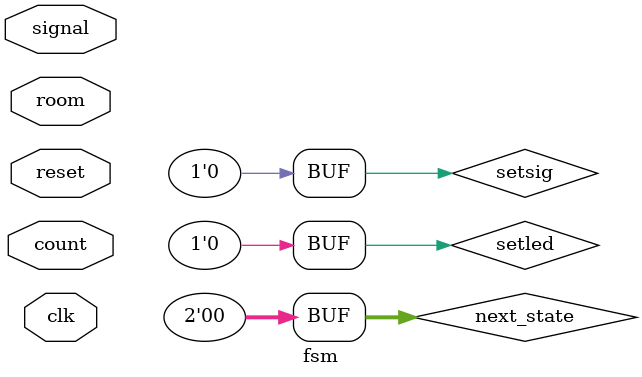
<source format=v>
`timescale 1ns / 1ps

module fsm(
    input clk,
    input reset,
    input [15:0] room,
    input [7:0] count,
    input [1:0] signal
    );
    
    localparam S00 = 0,S01 = 1, S10 = 2, S11 = 3;
    
    reg [1:0] current_state = 0;
    reg [1:0] next_state = 0;
    
    reg setsig = 2'b00;
    reg setled = 16'b0000000000000000;
    
    always @(posedge clk) begin
    if (reset) current_state <= S00;
    else current_state <= next_state;
    end
endmodule

</source>
